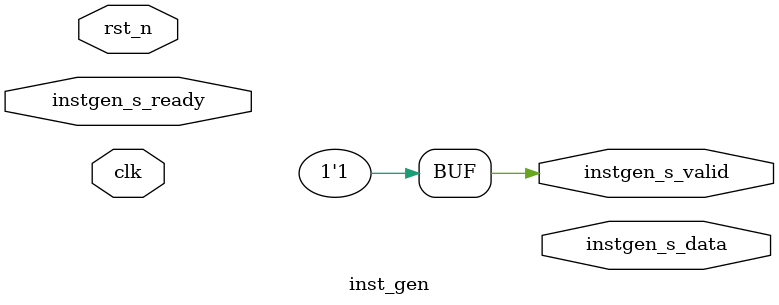
<source format=v>
module inst_gen #(parameter IW=32,
                              AW=11
) (
    output [IW-1:0] instgen_s_data,
    output instgen_s_valid,
    input  instgen_s_ready,

    //input  [IW-1:0] instw_m_data,
    //input  wen,
    input clk,
    input rst_n
);

reg [AW-1 : 0] PC;
wire [IW-1:0] inst;



always @(posedge clk or negedge rst_n) begin
    if(!rst_n)
        PC <= 0;
    else if(inst_s_ready && inst_s_valid)
        PC <= PC+1;
    else
        PC <= PC;
end

//例化ram,addr=PC,do=inst


assign instgen_s_valid =1'b1;
    
endmodule
</source>
